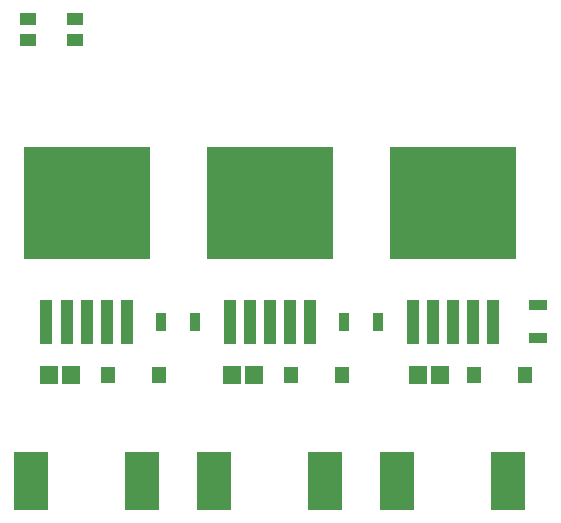
<source format=gbp>
G04*
G04 #@! TF.GenerationSoftware,Altium Limited,CircuitMaker,2.3.0 (2.3.0.3)*
G04*
G04 Layer_Color=16770453*
%FSLAX25Y25*%
%MOIN*%
G70*
G04*
G04 #@! TF.SameCoordinates,16FC6845-B66D-4252-ADF8-C3080C0A7A4D*
G04*
G04*
G04 #@! TF.FilePolarity,Positive*
G04*
G01*
G75*
%ADD95R,0.05000X0.05800*%
%ADD96R,0.06102X0.06102*%
%ADD97R,0.03543X0.06496*%
%ADD98R,0.06496X0.03543*%
%ADD99R,0.11811X0.19685*%
%ADD100R,0.05315X0.03937*%
%ADD101R,0.42323X0.37205*%
%ADD102R,0.03937X0.14961*%
D95*
X161614Y171850D02*
D03*
X144650D02*
D03*
X222638D02*
D03*
X205673D02*
D03*
X283661D02*
D03*
X266697D02*
D03*
D96*
X132185D02*
D03*
X124902D02*
D03*
X193209D02*
D03*
X185925D02*
D03*
X255217D02*
D03*
X247933D02*
D03*
D97*
X173524Y189567D02*
D03*
X162303D02*
D03*
X234547D02*
D03*
X223327D02*
D03*
D98*
X287992Y183957D02*
D03*
Y195177D02*
D03*
D99*
X155905Y136417D02*
D03*
X118898D02*
D03*
X179921D02*
D03*
X216929D02*
D03*
X277953D02*
D03*
X240945D02*
D03*
D100*
X133465Y290551D02*
D03*
Y283465D02*
D03*
X117717Y283465D02*
D03*
Y290551D02*
D03*
D101*
X137402Y228937D02*
D03*
X198425Y228937D02*
D03*
X259449D02*
D03*
D102*
X150787Y189567D02*
D03*
X144095D02*
D03*
X137402D02*
D03*
X130709D02*
D03*
X124016D02*
D03*
X211811Y189567D02*
D03*
X205118D02*
D03*
X198425D02*
D03*
X191732D02*
D03*
X185039D02*
D03*
X272835D02*
D03*
X266142D02*
D03*
X259449D02*
D03*
X252756D02*
D03*
X246063D02*
D03*
M02*

</source>
